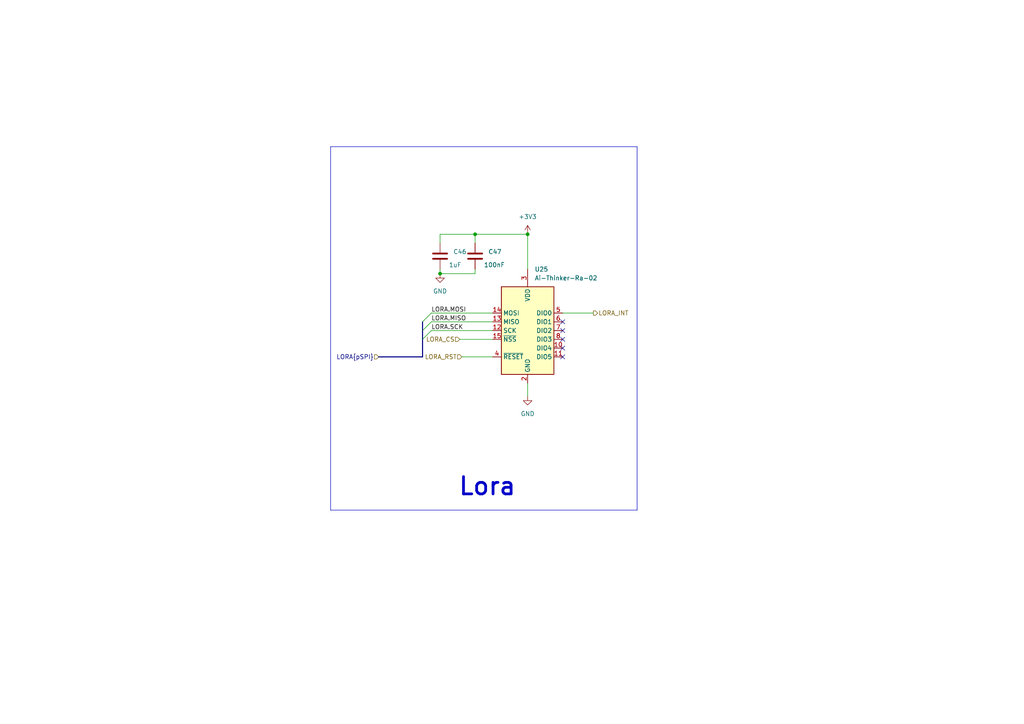
<source format=kicad_sch>
(kicad_sch (version 20230121) (generator eeschema)
  (paper "A4")
  (lib_symbols
    (symbol "Device:C" (pin_numbers hide) (pin_names (offset 0.254))
      (property "Reference" "C" (at 0.635 2.54 0))
      (property "Value" "C" (at 0.635 -2.54 0))
      (symbol "C_0_1"
        (polyline (pts (xy -2.032 -0.762) (xy 2.032 -0.762)) (stroke (width 0.508)))
        (polyline (pts (xy -2.032 0.762) (xy 2.032 0.762)) (stroke (width 0.508)))
      )
      (symbol "C_1_1"
        (pin passive line (at 0 3.81 270) (length 2.794) (name "~") (number "1"))
        (pin passive line (at 0 -3.81 90) (length 2.794) (name "~") (number "2"))
      )
    )
    (symbol "GND_1" (power) (pin_names (offset 0))
      (property "Value" "GND_1" (at 0 -3.81 0))
      (symbol "GND_1_0_1"
        (polyline (pts (xy 0 0) (xy 0 -1.27) (xy 1.27 -1.27) (xy 0 -2.54) (xy -1.27 -1.27) (xy 0 -1.27)))
      )
      (symbol "GND_1_1_1"
        (pin power_in line (at 0 0 270) (length 0) hide (name "GND") (number "1"))
      )
    )
    (symbol "RF_Module:Ai-Thinker-Ra-02"
      (property "Reference" "U" (at 2.54 19.05 0))
      (property "Value" "Ai-Thinker-Ra-02" (at 13.97 -15.24 0))
      (symbol "Ai-Thinker-Ra-02_0_1"
        (rectangle (start -7.62 12.7) (end 7.62 -12.7) (stroke (width 0.254)) (fill (type background)))
      )
      (symbol "Ai-Thinker-Ra-02_1_1"
        (pin passive line (at 0 -15.24 90) (length 2.54) hide (name "GND") (number "1"))
        (pin bidirectional line (at 10.16 -5.08 180) (length 2.54) (name "DIO4") (number "10"))
        (pin bidirectional line (at 10.16 -7.62 180) (length 2.54) (name "DIO5") (number "11"))
        (pin input line (at -10.16 0 0) (length 2.54) (name "SCK") (number "12"))
        (pin output line (at -10.16 2.54 0) (length 2.54) (name "MISO") (number "13"))
        (pin input line (at -10.16 5.08 0) (length 2.54) (name "MOSI") (number "14"))
        (pin input line (at -10.16 -2.54 0) (length 2.54) (name "~{NSS}") (number "15"))
        (pin passive line (at 0 -15.24 90) (length 2.54) hide (name "GND") (number "16"))
        (pin power_in line (at 0 -15.24 90) (length 2.54) (name "GND") (number "2"))
        (pin power_in line (at 0 17.78 270) (length 5.08) (name "VDD") (number "3"))
        (pin input line (at -10.16 -7.62 0) (length 2.54) (name "~{RESET}") (number "4"))
        (pin bidirectional line (at 10.16 5.08 180) (length 2.54) (name "DIO0") (number "5"))
        (pin bidirectional line (at 10.16 2.54 180) (length 2.54) (name "DIO1") (number "6"))
        (pin bidirectional line (at 10.16 0 180) (length 2.54) (name "DIO2") (number "7"))
        (pin bidirectional line (at 10.16 -2.54 180) (length 2.54) (name "DIO3") (number "8"))
        (pin passive line (at 0 -15.24 90) (length 2.54) hide (name "GND") (number "9"))
      )
    )
    (symbol "power:+3V3" (power) (pin_names (offset 0))
      (property "Value" "+3V3" (at 0 3.556 0))
      (symbol "+3V3_0_1"
        (polyline (pts (xy -0.762 1.27) (xy 0 2.54)))
        (polyline (pts (xy 0 0) (xy 0 2.54)))
        (polyline (pts (xy 0 2.54) (xy 0.762 1.27)))
      )
      (symbol "+3V3_1_1"
        (pin power_in line (at 0 0 90) (length 0) hide (name "+3V3") (number "1"))
      )
    )
    (symbol "power:GND" (power) (pin_names (offset 0))
      (property "Value" "GND" (at 0 -3.81 0))
      (symbol "GND_0_1"
        (polyline (pts (xy 0 0) (xy 0 -1.27) (xy 1.27 -1.27) (xy 0 -2.54) (xy -1.27 -1.27) (xy 0 -1.27)))
      )
      (symbol "GND_1_1"
        (pin power_in line (at 0 0 270) (length 0) hide (name "GND") (number "1"))
      )
    )
  )
  (junction (at 153.035 67.945))
  (junction (at 137.795 67.945))
  (junction (at 127.635 79.375))
  (no_connect (at 163.195 98.425))
  (no_connect (at 163.195 100.965))
  (no_connect (at 163.195 93.345))
  (no_connect (at 163.195 95.885))
  (no_connect (at 163.195 103.505))
  (bus_entry (at 125.095 95.885) (size -2.54 2.54))
  (bus_entry (at 125.095 93.345) (size -2.54 2.54))
  (bus_entry (at 125.095 90.805) (size -2.54 2.54))
  (polyline (pts (xy 95.885 42.545) (xy 95.885 147.955)))
  (wire (pts (xy 125.095 95.885) (xy 142.875 95.885)))
  (wire (pts (xy 125.095 90.805) (xy 142.875 90.805)))
  (wire (pts (xy 153.035 67.945) (xy 137.795 67.945)))
  (wire (pts (xy 163.195 90.805) (xy 172.085 90.805)))
  (wire (pts (xy 137.795 67.945) (xy 127.635 67.945)))
  (polyline (pts (xy 184.785 42.545) (xy 184.785 147.955)))
  (bus (pts (xy 109.855 103.505) (xy 122.555 103.505)))
  (wire (pts (xy 127.635 78.105) (xy 127.635 79.375)))
  (wire (pts (xy 127.635 67.945) (xy 127.635 70.485)))
  (wire (pts (xy 133.985 103.505) (xy 142.875 103.505)))
  (wire (pts (xy 133.35 98.425) (xy 142.875 98.425)))
  (wire (pts (xy 125.095 93.345) (xy 142.875 93.345)))
  (wire (pts (xy 153.035 111.125) (xy 153.035 114.935)))
  (bus (pts (xy 122.555 93.345) (xy 122.555 95.885)))
  (bus (pts (xy 122.555 98.425) (xy 122.555 103.505)))
  (wire (pts (xy 153.035 78.105) (xy 153.035 67.945)))
  (polyline (pts (xy 95.885 42.545) (xy 184.785 42.545)))
  (wire (pts (xy 137.795 78.105) (xy 137.795 79.375)))
  (wire (pts (xy 137.795 67.945) (xy 137.795 70.485)))
  (bus (pts (xy 122.555 95.885) (xy 122.555 98.425)))
  (wire (pts (xy 137.795 79.375) (xy 127.635 79.375)))
  (polyline (pts (xy 184.785 147.955) (xy 95.885 147.955)))
  (text "Lora" (at 132.715 144.145 0) (effects (font (size 5 5) (thickness 0.8) bold) (justify left bottom)))
  (label "LORA.SCK" (at 125.095 95.885 0))
  (label "LORA.MOSI" (at 125.095 90.805 0))
  (label "LORA.MISO" (at 125.095 93.345 0))
  (hierarchical_label "LORA_RST" (shape input) (at 133.985 103.505 180))
  (hierarchical_label "LORA{pSPI}" (shape input) (at 109.855 103.505 180))
  (hierarchical_label "LORA_INT" (shape output) (at 172.085 90.805 0))
  (hierarchical_label "LORA_CS" (shape input) (at 133.35 98.425 180))
  (symbol (lib_id "RF_Module:Ai-Thinker-Ra-02") (at 153.035 95.885 0) (unit 1)
    (property "Reference" "U25" (at 155.0544 78.105 0) (effects (justify left)))
    (property "Value" "Ai-Thinker-Ra-02" (at 155.0544 80.645 0) (effects (justify left)))
    (property "Footprint" "IVS_FOOTPRINTS:MODULE_RA-02_LORA" (effects hide))
    (property "Datasheet" "http://wiki.ai-thinker.com/_media/lora/docs/c048ps01a1_ra-02_product_specification_v1.1.pdf" (effects hide))
    (instances (project "dongtam" (path "" (reference "U25") (unit 1))) (project "DLAnhDan_BoardTruyenDuLieu" (path "" (reference "U11") (unit 1))))
  )
  (symbol (lib_id "power:GND") (at 127.635 79.375 0) (unit 1)
    (property "Reference" "#PWR032" (effects hide))
    (property "Value" "GND" (at 127.635 84.455 0))
    (instances (project "dongtam" (path "" (reference "#PWR032") (unit 1))) (project "DLAnhDan_BoardTruyenDuLieu" (path "" (reference "#PWR0116") (unit 1))))
  )
  (symbol (lib_name "GND_1") (lib_id "power:GND") (at 153.035 114.935 0) (unit 1)
    (property "Reference" "#PWR0207" (effects hide))
    (property "Value" "GND" (at 153.035 120.015 0))
    (instances (project "dongtam" (path "" (reference "#PWR0207") (unit 1))) (project "DLAnhDan_BoardTruyenDuLieu" (path "" (reference "#PWR0115") (unit 1))))
  )
  (symbol (lib_id "power:+3V3") (at 153.035 67.945 0) (unit 1)
    (property "Reference" "#PWR0206" (effects hide))
    (property "Value" "+3V3" (at 153.035 62.865 0))
    (instances (project "dongtam" (path "" (reference "#PWR0206") (unit 1))) (project "DLAnhDan_BoardTruyenDuLieu" (path "" (reference "#PWR0114") (unit 1))))
  )
  (symbol (lib_id "Device:C") (at 137.795 74.295 0) (unit 1)
    (property "Reference" "C47" (at 141.605 73.0249 0) (effects (justify left)))
    (property "Value" "100nF" (at 140.335 76.835 0) (effects (justify left)))
    (property "Footprint" "IVS_FOOTPRINTS:C_0603" (effects hide))
    (instances (project "dongtam" (path "" (reference "C47") (unit 1))) (project "DLAnhDan_BoardTruyenDuLieu" (path "" (reference "C70") (unit 1))))
  )
  (symbol (lib_id "Device:C") (at 127.635 74.295 0) (unit 1)
    (property "Reference" "C46" (at 131.445 73.0249 0) (effects (justify left)))
    (property "Value" "1uF" (at 130.175 76.835 0) (effects (justify left)))
    (property "Footprint" "IVS_FOOTPRINTS:C_0603" (effects hide))
    (instances (project "dongtam" (path "" (reference "C46") (unit 1))) (project "DLAnhDan_BoardTruyenDuLieu" (path "" (reference "C34") (unit 1))))
  )
)
</source>
